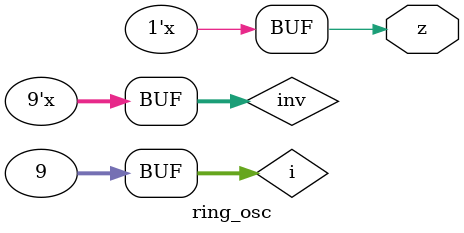
<source format=v>
`timescale 1ps/1ps

module ring_osc (output z);
    reg[8:0] inv;
    integer i;
    initial begin inv = 0; end
    assign z = inv[0];
    always @(*) begin
        #200 inv[0] <= ~inv[8];
        for(i=1 ; i < 9; i = i+1) begin
        #200 inv[i] <= ~inv[i-1];
        end
    end
endmodule 
</source>
